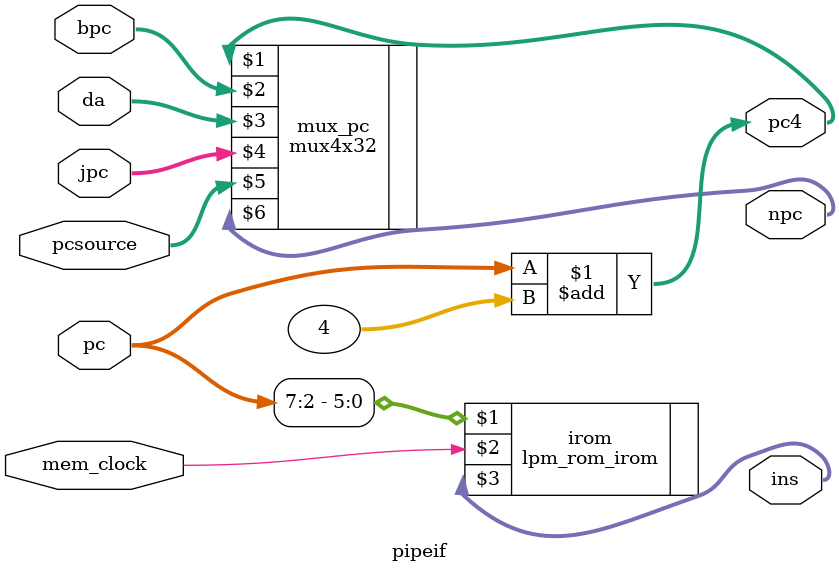
<source format=v>
module pipeif (pcsource, pc, bpc, da, jpc, npc, pc4, ins, mem_clock);
    input   [ 1:0]  pcsource;
    input   [31:0]  pc, bpc, da, jpc;
    input           mem_clock;

    output  [31:0]  npc, pc4, ins;

    // <pcsource> controls the mux:
    // 00 ---> pc4
    // 01 ---> dpc
    // 10 ---> da
    // 11 ---> jpc
    mux4x32 mux_pc (pc4, bpc, da, jpc, pcsource, npc);

    assign pc4 = pc + 4;

    // Instruction memory.
    lpm_rom_irom irom (pc[7:2], mem_clock, ins);

endmodule

</source>
